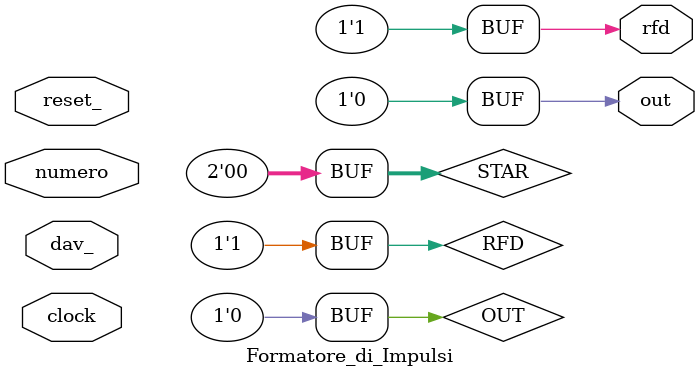
<source format=v>
/**
 *
 * File: Formatore_di_Impulsi.v
 *       Come secondo esempio di rete sequenziale sincronizzata, descriviamo
 *       un consumatore che riceve da un produttore, tramite la variabile
 *       numero, un flusso di byte (8 bit), elabora i byte ricevuti ed emette,
 *       tramite la variabile di uscita out, degli impulsi di durata
 *       correlata ai risultati delle elaborazioni. Per regolamentare il
 *       flusso di byte da elaborare, il consumatore e il produttore
 *       sostengono anche un opportuno colloquio (handshake) tramite la coppia
 *       di variabili /dav (data valid) (N.B: attiva bassa) e rfd (ready for
 *       data).
 *
 *       Piu' nel dettaglio valgono le seguenti specifiche:
 *       1. Specifiche sullo handshake /dav, rfa fra produttore e consumatore:
 *          Partendo da una condizione iniziale in cui /dav e' a 1 (a indicare
 *          che nessun nuovo byte e' fornito dal produttore come stato della
 *          variabile numero) e rfd e' a 1 (a indicare che il consumatore e'
 *          disponibile a prelevare ed elaborare un nuobo byte), il produttore
 *          come la prima mossa presentando un nuovo byte come stato della
 *          variabile numero e ponendo poi, a notifica di cio', /dav a 0.
 *          A questo punto il consumatore preleva il byte, pone rfd a 0 (a
 *          indicare che non e' ulteriormente disponibile a prelevare altri
 *          byte) e inizia a utilizzare il byte prelevato. Il produttore puo'
 *          allora riportare /dav a 1 e attendere che il consumatore, utilizzato
 *          il byte, riporti rfd a 1 (ripristino delle condizioni iniziali).
 *       
 *       2. Specifiche sull'uso, da parte del consumatore, del byte prelevato:
 *          Il consumatore utilizza il byte prelevato interpretandolo come un
 *          numero naturale n in base due e portando a 1 la variabile di
 *          uscita out, di un registro operativo OUT a un bit per supportare
 *          la variabile di uscita out, di un registro operativo RFD a un bit
 *          per supportare la variabile di uscita rfd e di un registro
 *          operativo COUNT a otto bit per memorizzare il byte fornito dal
 *          produttore e poi per contare il tempo in cui la variabile out deve
 *          stare a 1.
 *          
 *          Il consumatore puo' quindi essere descritto a livello di linguaggio
 *          di trasferimento tra registri, come riporrtato di seguito:
 *       
 * Author: Rambod Rahmani <rambodrahmani@autistici.org>
 *         Created on 23/05/2019.
 *
 */

module Formatore_di_Impulsi(dav_, rfd, numero, out, clock, reset_);
    input clock, reset_;
    input dav_;
    input [7:0] numero;

    output rfd;
    output out;

    reg RFD;
    assign rfd = RFD;

    reg OUT;
    assign out = OUT;

    reg [7:0] COUNT;
    reg [1:0] STAR;

    parameter s0 = 'B00, s1 = 'B01, s2 = 'B10;

    always @(reset_ == 0) #1
        begin
            RFD <= 1;
            OUT <= 0;
            STAR <= s0;
        end

    always @(posedge clock) if (reset_ == 1) #3
        casex(STAR)
            s0: begin
                    RFD <= 1;
                    OUT <= 0;
                    COUNT <= numero;
                    STAR <= (dav_ == 1)?s0:s1;
                end

            s1: begin
                    RFD <= 0;
                    OUT <= 1;
                    COUNT <= COUNT - 1;
                    STAR <= (COUNT == 1)?s2:s1;
                end

            s2: begin
                    RFD <= 0;
                    OUT <= 0;
                    STAR <= (dav_ == 1)?s0:s2;
                end
        endcase
endmodule

/*
 * Nello statement di etichetta s0 sono descritti l'attesa della notifica
 * della presenza di un byte utile come stato della variabile numero ed il
 * prelievo e la memorizzazione nel registro COUNT di tale byte; nello
 * statement di etichetta s1 sono descritti la risposta al produttore che il
 * byte utile e' stato prelevato, il settaggio della variabile di uscita out
 * e il conteggio del tempo in cui essa deve rimanere a 1; nello statement di
 * etichetta s2 sono descritti la messa a 0 del valore della variabile di
 * uscita out e il ritrno nelle condizioni iniziali (previa verifica
 * e eventuale attesa che il produttore abbia chiuso il colloquio).
 */


</source>
